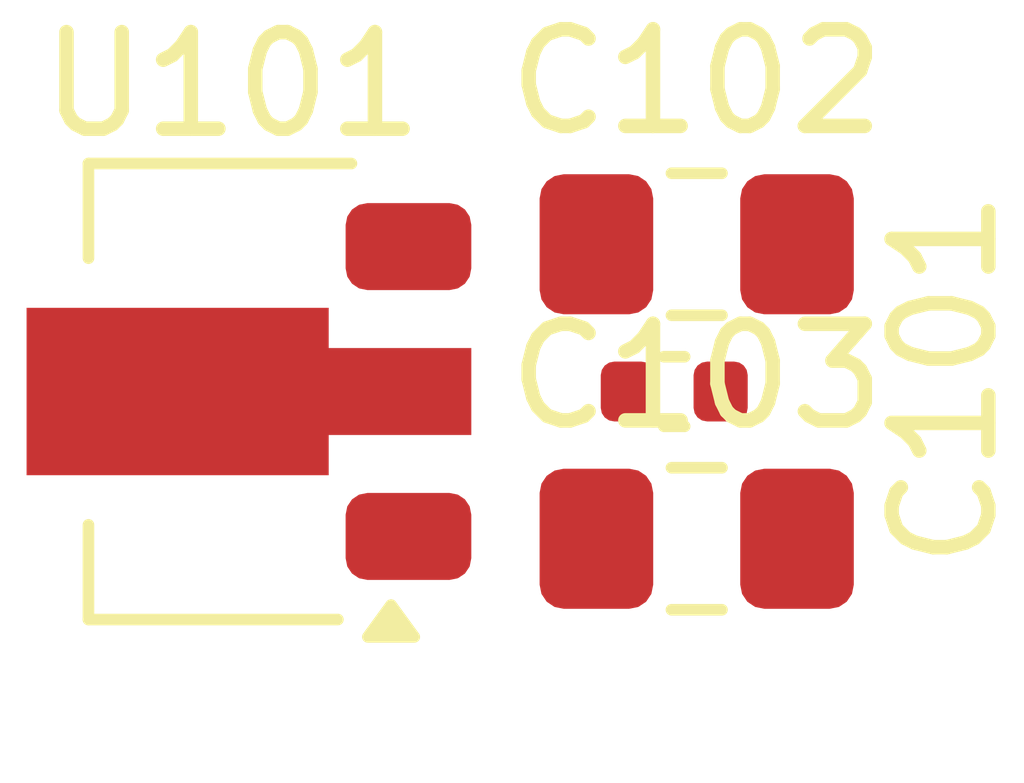
<source format=kicad_pcb>
(kicad_pcb (version 20240108) (generator "pcbnew") (generator_version "8.0")
  (layers (0 "F.Cu" signal) (31 "B.Cu" signal) (34 "B.Paste" user) (35 "F.Paste" user) (36 "B.SilkS" user "B.Silkscreen") (37 "F.SilkS" user "F.Silkscreen") (38 "B.Mask" user) (39 "F.Mask" user) (44 "Edge.Cuts" user))
  (net 0 "")
  (net 1 "/U+")
  (net 2 "/+3V3")
  (net 3 "/GND")
  (footprint "Package_TO_SOT_SMD:SOT-89-3" (layer "F.Cu") (at 114.3 62.865 180)
    (property "Reference" "U101" (at -0.127 3.175 180) (layer "F.SilkS"))
    (property "Value" "HT75xx-1-SOT89" (hide yes))
    (fp_line (start 1.36 2.36) (end -1.36 2.36) (stroke (width 0.12)) (layer "F.SilkS"))
    (fp_line (start 1.36 1.38) (end 1.36 2.36) (stroke (width 0.12)) (layer "F.SilkS"))
    (fp_line (start 1.36 -1.38) (end 1.36 -2.36) (stroke (width 0.12)) (layer "F.SilkS"))
    (fp_line (start -1.22 -2.36) (end 1.36 -2.36) (stroke (width 0.12)) (layer "F.SilkS"))
    (fp_poly (pts (xy -1.77 -2.21) (xy -2.01 -2.54) (xy -1.53 -2.54) (xy -1.77 -2.21)) (stroke (width 0.12)) (fill solid) (layer "F.SilkS"))
    (pad "1" smd roundrect (at -1.95 -1.5 180) (size 1.3 0.9) (layers "F.Cu" "F.Paste" "F.Mask") (net 3 "/GND"))
    (pad "2" smd custom (at -1.8625 0 180) (size 1.475 0.9) (layers "F.Cu" "F.Paste" "F.Mask") (net 1 "/U+") (options (clearance outline) (anchor rect)) (primitives (gr_poly (pts (xy 3.8625 0.8665) (xy 0.7375 0.8665) (xy 0.7375 -0.8665) (xy 3.8625 -0.8665)) (width 0) (fill yes))))
    (pad "3" smd roundrect (at -1.95 1.5 180) (size 1.3 0.9) (layers "F.Cu" "F.Paste" "F.Mask") (net 2 "/+3V3"))
  )
  (footprint "Capacitor_SMD:C_0805_2012Metric_Pad1.18x1.45mm_HandSolder" (layer "F.Cu") (at 119.2315 64.389)
    (property "Reference" "C103" (at 0 -1.68 0) (layer "F.SilkS"))
    (property "Value" "47uF")
    (fp_line (start -0.261252 -0.735) (end 0.261252 -0.735) (stroke (width 0.12)) (layer "F.SilkS"))
    (fp_line (start -0.261252 0.735) (end 0.261252 0.735) (stroke (width 0.12)) (layer "F.SilkS"))
    (pad "1" smd roundrect (at -1.0375 0) (size 1.175 1.45) (layers "F.Cu" "F.Paste" "F.Mask") (roundrect_rratio 0.212766) (net 1 "/U+"))
    (pad "2" smd roundrect (at 1.0375 0) (size 1.175 1.45) (layers "F.Cu" "F.Paste" "F.Mask") (roundrect_rratio 0.212766) (net 3 "/GND"))
  )
  (footprint "Capacitor_SMD:C_0402_1005Metric" (layer "F.Cu") (at 118.999 62.865)
    (property "Reference" "C101" (at 2.794 -0.127 90) (layer "F.SilkS"))
    (property "Value" "1u")
    (fp_line (start -0.107836 -0.36) (end 0.107836 -0.36) (stroke (width 0.12)) (layer "F.SilkS"))
    (fp_line (start -0.107836 0.36) (end 0.107836 0.36) (stroke (width 0.12)) (layer "F.SilkS"))
    (pad "1" smd roundrect (at -0.48 0) (size 0.56 0.62) (layers "F.Cu" "F.Paste" "F.Mask") (net 1 "/U+"))
    (pad "2" smd roundrect (at 0.48 0) (size 0.56 0.62) (layers "F.Cu" "F.Paste" "F.Mask") (net 3 "/GND"))
  )
  (footprint "Capacitor_SMD:C_0805_2012Metric_Pad1.18x1.45mm_HandSolder" (layer "F.Cu") (at 119.2315 61.341)
    (property "Reference" "C102" (at 0 -1.68 0) (layer "F.SilkS"))
    (property "Value" "47uF")
    (fp_line (start -0.261252 -0.735) (end 0.261252 -0.735) (stroke (width 0.12)) (layer "F.SilkS"))
    (fp_line (start -0.261252 0.735) (end 0.261252 0.735) (stroke (width 0.12)) (layer "F.SilkS"))
    (pad "1" smd roundrect (at -1.0375 0) (size 1.175 1.45) (layers "F.Cu" "F.Paste" "F.Mask") (roundrect_rratio 0.212766) (net 2 "/+3V3"))
    (pad "2" smd roundrect (at 1.0375 0) (size 1.175 1.45) (layers "F.Cu" "F.Paste" "F.Mask") (roundrect_rratio 0.212766) (net 3 "/GND"))
  )
)
</source>
